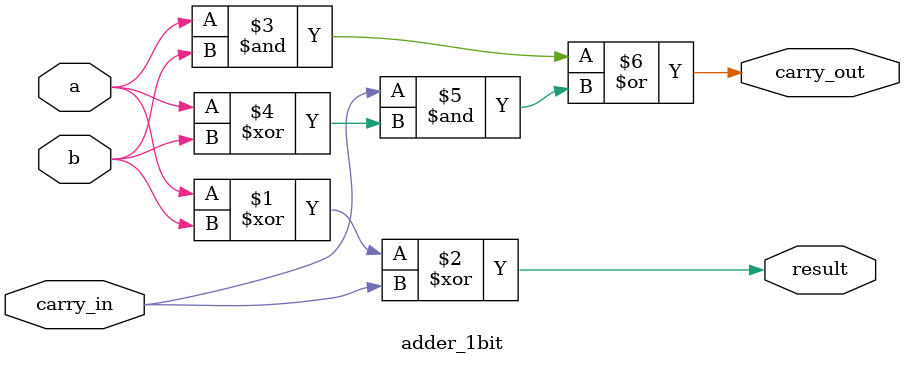
<source format=sv>
module adder_1bit (
	input logic a, b, carry_in, 

	output logic result, carry_out
	);

// assign {carry_out, result} = carry_in + a + b;

assign result = (a ^ b) ^ carry_in;
assign carry_out = (a & b) | (carry_in & (a ^ b));

endmodule 
 
</source>
